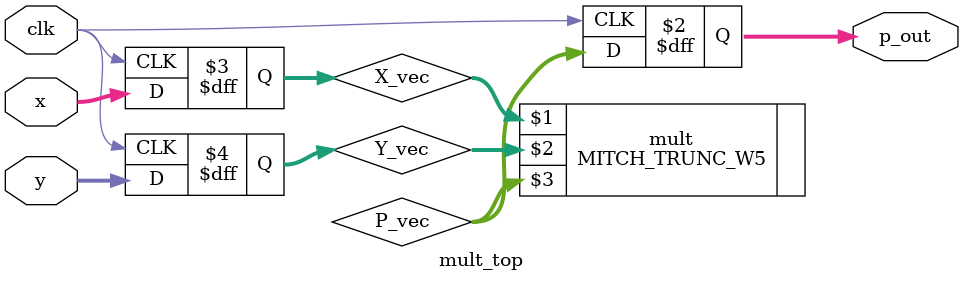
<source format=v>


module mult_top(
    // Clock and reset
    input clk,
    // Input X has a form x_i%d where %d denotes the bit number
    input  [15:0] x,
    // Input Y has a form y_i%d where %d denotes the bit number
    input  [15:0] y,
    // Output P has a form p_out%d where %d denotes the bit number
    output reg [31:0] p_out
    );

    
    // Now we have X_vec and Y_vec signal 
    // Then we do processing with these signals and store the 
    // intermidiate result in P_vec
    // For example purposes X_vec and Y_vec are concanated and stored in P_vec
    wire [31:0] P_vec;
    reg [15:0] X_vec;
    reg [15:0] Y_vec;
    
    MITCH_TRUNC_W5 mult(X_vec,Y_vec,P_vec); 

 
    always @(posedge clk) 
    begin
        p_out = P_vec;
        X_vec = x;
        Y_vec = y;
    end

endmodule 


</source>
